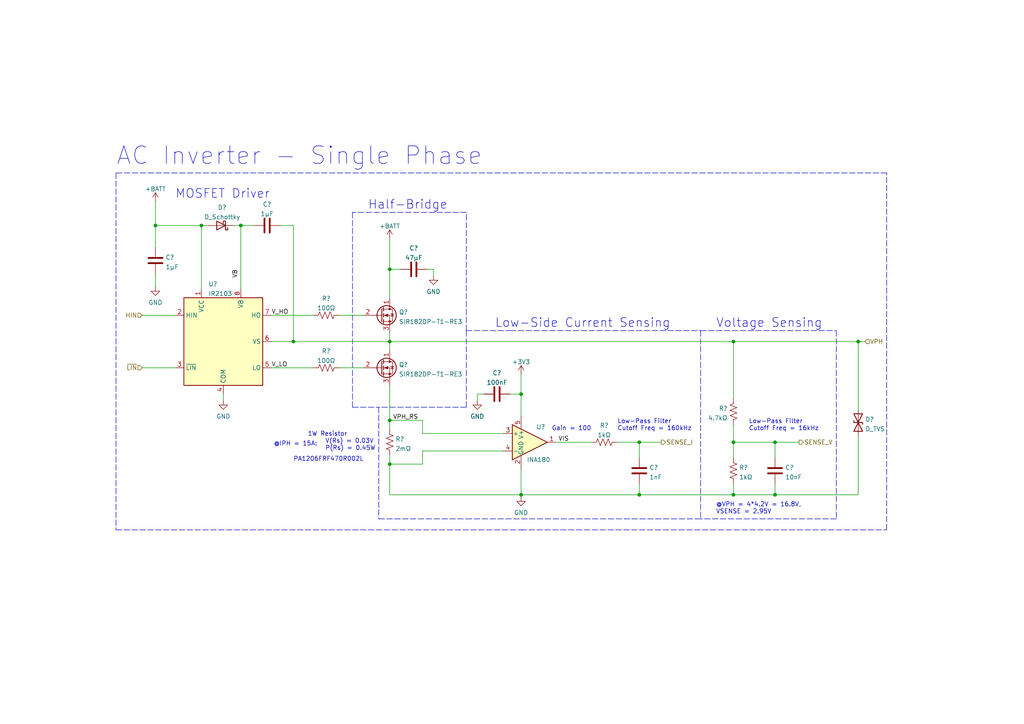
<source format=kicad_sch>
(kicad_sch (version 20211123) (generator eeschema)
  (paper "A4")
  (lib_symbols
    (symbol "Amplifier_Current:INA169" (pin_names (offset 0.127))
      (property "Reference" "U" (at 3.81 5.08 0))
      (property "Value" "INA169" (at 3.81 2.54 0))
      (symbol "INA169_0_1"
        (polyline (pts (xy -5.08 5.08) (xy 5.08 0) (xy -5.08 -5.08) (xy -5.08 5.08)) (stroke (width 0.254)) (fill (type background)))
      )
      (symbol "INA169_1_1"
        (pin output line (at 7.62 0 180) (length 2.54) (name "~") (number "1"))
        (pin power_in line (at -2.54 -7.62 90) (length 3.81) (name "GND") (number "2"))
        (pin input line (at -7.62 2.54 0) (length 2.54) (name "+") (number "3"))
        (pin input line (at -7.62 -2.54 0) (length 2.54) (name "-") (number "4"))
        (pin power_in line (at -2.54 7.62 270) (length 3.81) (name "V+") (number "5"))
      )
    )
    (symbol "Device:C" (pin_numbers hide) (pin_names (offset 0.254))
      (property "Reference" "C" (at 0.635 2.54 0))
      (property "Value" "C" (at 0.635 -2.54 0))
      (symbol "C_0_1"
        (polyline (pts (xy -2.032 -0.762) (xy 2.032 -0.762)) (stroke (width 0.508)))
        (polyline (pts (xy -2.032 0.762) (xy 2.032 0.762)) (stroke (width 0.508)))
      )
      (symbol "C_1_1"
        (pin passive line (at 0 3.81 270) (length 2.794) (name "~") (number "1"))
        (pin passive line (at 0 -3.81 90) (length 2.794) (name "~") (number "2"))
      )
    )
    (symbol "Device:D_Schottky" (pin_numbers hide) (pin_names (offset 1.016) hide)
      (property "Reference" "D" (at 0 2.54 0))
      (property "Value" "D_Schottky" (at 0 -2.54 0))
      (symbol "D_Schottky_0_1"
        (polyline (pts (xy 1.27 0) (xy -1.27 0)))
        (polyline (pts (xy 1.27 1.27) (xy 1.27 -1.27) (xy -1.27 0) (xy 1.27 1.27)) (stroke (width 0.254)))
        (polyline (pts (xy -1.905 0.635) (xy -1.905 1.27) (xy -1.27 1.27) (xy -1.27 -1.27) (xy -0.635 -1.27) (xy -0.635 -0.635)) (stroke (width 0.254)))
      )
      (symbol "D_Schottky_1_1"
        (pin passive line (at -3.81 0 0) (length 2.54) (name "K") (number "1"))
        (pin passive line (at 3.81 0 180) (length 2.54) (name "A") (number "2"))
      )
    )
    (symbol "Device:D_TVS" (pin_numbers hide) (pin_names (offset 1.016) hide)
      (property "Reference" "D" (at 0 2.54 0))
      (property "Value" "D_TVS" (at 0 -2.54 0))
      (symbol "D_TVS_0_1"
        (polyline (pts (xy 1.27 0) (xy -1.27 0)))
        (polyline (pts (xy 0.508 1.27) (xy 0 1.27) (xy 0 -1.27) (xy -0.508 -1.27)) (stroke (width 0.254)))
        (polyline (pts (xy -2.54 1.27) (xy -2.54 -1.27) (xy 2.54 1.27) (xy 2.54 -1.27) (xy -2.54 1.27)) (stroke (width 0.254)))
      )
      (symbol "D_TVS_1_1"
        (pin passive line (at -3.81 0 0) (length 2.54) (name "A1") (number "1"))
        (pin passive line (at 3.81 0 180) (length 2.54) (name "A2") (number "2"))
      )
    )
    (symbol "Device:R_US" (pin_numbers hide) (pin_names (offset 0))
      (property "Reference" "R" (at 2.54 0 90))
      (property "Value" "R_US" (at -2.54 0 90))
      (symbol "R_US_0_1"
        (polyline (pts (xy 0 -2.286) (xy 0 -2.54)))
        (polyline (pts (xy 0 2.286) (xy 0 2.54)))
        (polyline (pts (xy 0 -0.762) (xy 1.016 -1.143) (xy 0 -1.524) (xy -1.016 -1.905) (xy 0 -2.286)))
        (polyline (pts (xy 0 0.762) (xy 1.016 0.381) (xy 0 0) (xy -1.016 -0.381) (xy 0 -0.762)))
        (polyline (pts (xy 0 2.286) (xy 1.016 1.905) (xy 0 1.524) (xy -1.016 1.143) (xy 0 0.762)))
      )
      (symbol "R_US_1_1"
        (pin passive line (at 0 3.81 270) (length 1.27) (name "~") (number "1"))
        (pin passive line (at 0 -3.81 90) (length 1.27) (name "~") (number "2"))
      )
    )
    (symbol "Driver_FET:IR2103"
      (property "Reference" "U?" (at 2.0194 14.1265 0))
      (property "Value" "IR2103" (at 2.0194 11.3514 0))
      (symbol "IR2103_0_1"
        (rectangle (start -5.08 10.16) (end 17.78 -15.24) (stroke (width 0.254)) (fill (type background)))
      )
      (symbol "IR2103_1_1"
        (pin power_in line (at 0 12.7 270) (length 2.54) (name "VCC") (number "1"))
        (pin input line (at -7.62 5.08 0) (length 2.54) (name "HIN") (number "2"))
        (pin input line (at -7.62 -10.16 0) (length 2.54) (name "~{LIN}") (number "3"))
        (pin power_in line (at 6.35 -17.78 90) (length 2.54) (name "COM") (number "4"))
        (pin output line (at 20.32 -10.16 180) (length 2.54) (name "LO") (number "5"))
        (pin passive line (at 20.32 -2.54 180) (length 2.54) (name "VS") (number "6"))
        (pin output line (at 20.32 5.08 180) (length 2.54) (name "HO") (number "7"))
        (pin passive line (at 11.43 12.7 270) (length 2.54) (name "VB") (number "8"))
      )
    )
    (symbol "Transistor_FET:IRL6283M" (pin_names hide)
      (property "Reference" "Q" (at 5.08 1.905 0))
      (property "Value" "IRL6283M" (at 5.08 0 0))
      (symbol "IRL6283M_0_1"
        (polyline (pts (xy 0.254 0) (xy -2.54 0)))
        (polyline (pts (xy 0.254 1.905) (xy 0.254 -1.905)) (stroke (width 0.254)))
        (polyline (pts (xy 0.762 -1.27) (xy 0.762 -2.286)) (stroke (width 0.254)))
        (polyline (pts (xy 0.762 0.508) (xy 0.762 -0.508)) (stroke (width 0.254)))
        (polyline (pts (xy 0.762 2.286) (xy 0.762 1.27)) (stroke (width 0.254)))
        (polyline (pts (xy 2.54 2.54) (xy 2.54 1.778)))
        (polyline (pts (xy 2.54 -2.54) (xy 2.54 0) (xy 0.762 0)))
        (polyline (pts (xy 0.762 -1.778) (xy 3.302 -1.778) (xy 3.302 1.778) (xy 0.762 1.778)))
        (polyline (pts (xy 1.016 0) (xy 2.032 0.381) (xy 2.032 -0.381) (xy 1.016 0)) (fill (type outline)))
        (polyline (pts (xy 2.794 0.508) (xy 2.921 0.381) (xy 3.683 0.381) (xy 3.81 0.254)))
        (polyline (pts (xy 3.302 0.381) (xy 2.921 -0.254) (xy 3.683 -0.254) (xy 3.302 0.381)))
        (circle (center 1.651 0) (radius 2.794) (stroke (width 0.254)))
        (circle (center 2.54 -1.778) (radius 0.254) (fill (type outline)))
        (circle (center 2.54 1.778) (radius 0.254) (fill (type outline)))
      )
      (symbol "IRL6283M_1_1"
        (pin passive line (at 2.54 5.08 270) (length 2.54) (name "D") (number "1"))
        (pin input line (at -5.08 0 0) (length 2.54) (name "G") (number "2"))
        (pin passive line (at 2.54 -5.08 90) (length 2.54) (name "S") (number "3"))
      )
    )
    (symbol "power:+3V3" (power) (pin_names (offset 0))
      (property "Value" "+3V3" (at 0 3.556 0))
      (symbol "+3V3_0_1"
        (polyline (pts (xy -0.762 1.27) (xy 0 2.54)))
        (polyline (pts (xy 0 0) (xy 0 2.54)))
        (polyline (pts (xy 0 2.54) (xy 0.762 1.27)))
      )
      (symbol "+3V3_1_1"
        (pin power_in line (at 0 0 90) (length 0) hide (name "+3V3") (number "1"))
      )
    )
    (symbol "power:+BATT" (power) (pin_names (offset 0))
      (property "Value" "+BATT" (at 0 3.556 0))
      (symbol "+BATT_0_1"
        (polyline (pts (xy -0.762 1.27) (xy 0 2.54)))
        (polyline (pts (xy 0 0) (xy 0 2.54)))
        (polyline (pts (xy 0 2.54) (xy 0.762 1.27)))
      )
      (symbol "+BATT_1_1"
        (pin power_in line (at 0 0 90) (length 0) hide (name "+BATT") (number "1"))
      )
    )
    (symbol "power:GND" (power) (pin_names (offset 0))
      (property "Value" "GND" (at 0 -3.81 0))
      (symbol "GND_0_1"
        (polyline (pts (xy 0 0) (xy 0 -1.27) (xy 1.27 -1.27) (xy 0 -2.54) (xy -1.27 -1.27) (xy 0 -1.27)))
      )
      (symbol "GND_1_1"
        (pin power_in line (at 0 0 270) (length 0) hide (name "GND") (number "1"))
      )
    )
  )
  (junction (at 113.03 78.105))
  (junction (at 69.85 65.405))
  (junction (at 185.42 128.27))
  (junction (at 248.92 99.06))
  (junction (at 151.13 114.3))
  (junction (at 224.79 143.51))
  (junction (at 185.42 143.51))
  (junction (at 45.085 65.405))
  (junction (at 212.725 128.27))
  (junction (at 212.725 99.06))
  (junction (at 151.13 143.51))
  (junction (at 113.03 134.62))
  (junction (at 113.03 121.92))
  (junction (at 113.03 99.06))
  (junction (at 224.79 128.27))
  (junction (at 212.725 143.51))
  (junction (at 58.42 65.405))
  (junction (at 85.09 99.06))
  (wire (pts (xy 185.42 132.715) (xy 185.42 128.27)))
  (wire (pts (xy 98.425 106.68) (xy 105.41 106.68)))
  (wire (pts (xy 78.74 91.44) (xy 90.805 91.44)))
  (polyline (pts (xy 135.255 118.11) (xy 109.855 118.11)))
  (polyline (pts (xy 203.2 150.495) (xy 135.255 150.495)))
  (polyline (pts (xy 33.655 153.67) (xy 151.765 153.67)))
  (wire (pts (xy 151.13 114.3) (xy 147.955 114.3)))
  (wire (pts (xy 151.13 120.65) (xy 151.13 114.3)))
  (wire (pts (xy 69.85 65.405) (xy 73.66 65.405)))
  (wire (pts (xy 151.13 135.89) (xy 151.13 143.51)))
  (wire (pts (xy 185.42 128.27) (xy 191.77 128.27)))
  (wire (pts (xy 146.05 130.81) (xy 122.555 130.81)))
  (polyline (pts (xy 151.13 153.67) (xy 257.175 153.67)))
  (polyline (pts (xy 102.235 118.11) (xy 109.855 118.11)))
  (wire (pts (xy 151.13 108.585) (xy 151.13 114.3)))
  (polyline (pts (xy 242.57 150.495) (xy 203.2 150.495)))
  (polyline (pts (xy 203.2 95.885) (xy 203.2 150.495)))
  (wire (pts (xy 212.725 99.06) (xy 248.92 99.06)))
  (wire (pts (xy 122.555 134.62) (xy 113.03 134.62)))
  (wire (pts (xy 224.79 128.27) (xy 212.725 128.27)))
  (wire (pts (xy 212.725 115.57) (xy 212.725 99.06)))
  (wire (pts (xy 69.85 83.82) (xy 69.85 65.405)))
  (wire (pts (xy 248.92 99.06) (xy 250.825 99.06)))
  (wire (pts (xy 212.725 123.19) (xy 212.725 128.27)))
  (wire (pts (xy 45.085 71.755) (xy 45.085 65.405)))
  (wire (pts (xy 122.555 125.73) (xy 122.555 121.92)))
  (wire (pts (xy 185.42 128.27) (xy 179.07 128.27)))
  (wire (pts (xy 81.28 65.405) (xy 85.09 65.405)))
  (wire (pts (xy 248.92 118.745) (xy 248.92 99.06)))
  (polyline (pts (xy 33.655 50.165) (xy 33.655 153.67)))
  (wire (pts (xy 58.42 83.82) (xy 58.42 65.405)))
  (wire (pts (xy 113.03 134.62) (xy 113.03 143.51)))
  (wire (pts (xy 146.05 125.73) (xy 122.555 125.73)))
  (wire (pts (xy 138.43 114.3) (xy 140.335 114.3)))
  (wire (pts (xy 138.43 116.205) (xy 138.43 114.3)))
  (wire (pts (xy 78.74 99.06) (xy 85.09 99.06)))
  (wire (pts (xy 58.42 65.405) (xy 60.325 65.405)))
  (polyline (pts (xy 147.955 95.885) (xy 203.2 95.885)))
  (wire (pts (xy 224.79 132.715) (xy 224.79 128.27)))
  (wire (pts (xy 113.03 132.08) (xy 113.03 134.62)))
  (wire (pts (xy 41.275 91.44) (xy 50.8 91.44)))
  (wire (pts (xy 113.03 99.06) (xy 113.03 96.52)))
  (polyline (pts (xy 135.255 95.885) (xy 135.255 61.595)))
  (wire (pts (xy 248.92 126.365) (xy 248.92 143.51)))
  (wire (pts (xy 151.13 143.51) (xy 151.13 144.145)))
  (wire (pts (xy 78.74 106.68) (xy 90.805 106.68)))
  (wire (pts (xy 212.725 143.51) (xy 185.42 143.51)))
  (wire (pts (xy 45.085 58.42) (xy 45.085 65.405)))
  (wire (pts (xy 113.03 78.105) (xy 116.205 78.105)))
  (wire (pts (xy 113.03 99.06) (xy 113.03 101.6)))
  (wire (pts (xy 85.09 65.405) (xy 85.09 99.06)))
  (wire (pts (xy 212.725 99.06) (xy 113.03 99.06)))
  (wire (pts (xy 224.79 143.51) (xy 212.725 143.51)))
  (wire (pts (xy 45.085 79.375) (xy 45.085 83.185)))
  (polyline (pts (xy 102.235 61.595) (xy 102.235 118.11)))
  (wire (pts (xy 122.555 130.81) (xy 122.555 134.62)))
  (polyline (pts (xy 109.855 150.495) (xy 135.255 150.495)))
  (polyline (pts (xy 135.255 95.885) (xy 135.255 118.11)))
  (wire (pts (xy 85.09 99.06) (xy 113.03 99.06)))
  (polyline (pts (xy 135.255 61.595) (xy 102.235 61.595)))
  (wire (pts (xy 113.03 69.215) (xy 113.03 78.105)))
  (wire (pts (xy 113.03 78.105) (xy 113.03 86.36)))
  (wire (pts (xy 212.725 128.27) (xy 212.725 132.715)))
  (polyline (pts (xy 257.175 50.165) (xy 33.655 50.165)))
  (polyline (pts (xy 203.2 95.885) (xy 242.57 95.885)))
  (wire (pts (xy 125.73 78.105) (xy 123.825 78.105)))
  (wire (pts (xy 161.29 128.27) (xy 171.45 128.27)))
  (wire (pts (xy 45.085 65.405) (xy 58.42 65.405)))
  (wire (pts (xy 185.42 140.335) (xy 185.42 143.51)))
  (wire (pts (xy 224.79 128.27) (xy 231.775 128.27)))
  (wire (pts (xy 212.725 140.335) (xy 212.725 143.51)))
  (wire (pts (xy 64.77 114.3) (xy 64.77 116.205)))
  (wire (pts (xy 224.79 140.335) (xy 224.79 143.51)))
  (polyline (pts (xy 242.57 95.885) (xy 242.57 150.495)))
  (wire (pts (xy 125.73 80.01) (xy 125.73 78.105)))
  (polyline (pts (xy 135.255 95.885) (xy 147.955 95.885)))
  (wire (pts (xy 122.555 121.92) (xy 113.03 121.92)))
  (wire (pts (xy 113.03 121.92) (xy 113.03 124.46)))
  (wire (pts (xy 113.03 111.76) (xy 113.03 121.92)))
  (wire (pts (xy 69.85 65.405) (xy 67.945 65.405)))
  (wire (pts (xy 41.275 106.68) (xy 50.8 106.68)))
  (polyline (pts (xy 257.175 153.67) (xy 257.175 50.165)))
  (wire (pts (xy 248.92 143.51) (xy 224.79 143.51)))
  (polyline (pts (xy 109.855 118.11) (xy 109.855 150.495)))
  (wire (pts (xy 113.03 143.51) (xy 151.13 143.51)))
  (wire (pts (xy 98.425 91.44) (xy 105.41 91.44)))
  (wire (pts (xy 185.42 143.51) (xy 151.13 143.51)))
  (text "MOSFET Driver" (at 50.8 57.785 0) (effects (font (size 2.54 2.54)) (justify left bottom)))
  (text "Gain = 100" (at 160.02 125.095 0) (effects (font (size 1.27 1.27)) (justify left bottom)))
  (text "@VPH = 4*4.2V = 16.8V,\nVSENSE = 2.95V" (at 207.645 149.225 0) (effects (font (size 1.27 1.27)) (justify left bottom)))
  (text "Low-Pass Filter\nCutoff Freq = 160kHz" (at 179.07 125.095 0) (effects (font (size 1.27 1.27)) (justify left bottom)))
  (text "Low-Pass Filter\nCutoff Freq = 16kHz" (at 217.17 125.095 0) (effects (font (size 1.27 1.27)) (justify left bottom)))
  (text "PA1206FRF470R002L" (at 85.09 133.985 0) (effects (font (size 1.27 1.27)) (justify left bottom)))
  (text "AC Inverter - Single Phase" (at 33.655 48.26 0) (effects (font (size 5.08 5.08)) (justify left bottom)))
  (text "Half-Bridge" (at 106.68 60.96 0) (effects (font (size 2.54 2.54)) (justify left bottom)))
  (text "Low-Side Current Sensing" (at 143.51 95.25 0) (effects (font (size 2.54 2.54)) (justify left bottom)))
  (text "Voltage Sensing" (at 207.645 95.25 0) (effects (font (size 2.54 2.54)) (justify left bottom)))
  (text "@IPH = 15A:" (at 79.375 129.54 0) (effects (font (size 1.27 1.27)) (justify left bottom)))
  (text "			1W Resistor\n				V(Rs) = 0.03V\n				P(Rs) = 0.45W" (at 74.295 130.81 0) (effects (font (size 1.27 1.27)) (justify left bottom)))
  (label "VB" (at 69.215 80.645 90))
  (label "VPH_RS" (at 121.285 121.92 180))
  (label "V_LO" (at 78.74 106.68 0))
  (label "V_HO" (at 78.74 91.44 0))
  (label "VIS" (at 161.925 128.27 0))
  (hierarchical_label "VPH" (shape input) (at 250.825 99.06 0))
  (hierarchical_label "~{LIN}" (shape input) (at 41.275 106.68 180))
  (hierarchical_label "SENSE_V" (shape output) (at 231.775 128.27 0))
  (hierarchical_label "SENSE_I" (shape output) (at 191.77 128.27 0))
  (hierarchical_label "HIN" (shape input) (at 41.275 91.44 180))
  (symbol (lib_id "Device:R_US") (at 94.615 106.68 90)
    (property "Reference" "R?" (at 94.615 101.8245 90))
    (property "Value" "100Ω" (at 94.615 104.5996 90))
  )
  (symbol (lib_id "Device:R_US") (at 212.725 119.38 0) (mirror x)
    (property "Reference" "R?" (at 211.0741 118.4715 0) (effects (justify right)))
    (property "Value" "4.7kΩ" (at 211.0741 121.2466 0) (effects (justify right)))
  )
  (symbol (lib_id "power:GND") (at 45.085 83.185 0)
    (property "Reference" "#PWR?" (effects hide))
    (property "Value" "GND" (at 45.085 87.7475 0))
  )
  (symbol (lib_id "Transistor_FET:IRL6283M") (at 110.49 91.44 0)
    (property "Reference" "Q?" (at 115.697 90.5315 0) (effects (justify left)))
    (property "Value" "SIR182DP-T1-RE3" (at 115.697 93.3066 0) (effects (justify left)))
  )
  (symbol (lib_id "Device:D_TVS") (at 248.92 122.555 90)
    (property "Reference" "D?" (at 250.952 121.6465 90) (effects (justify right)))
    (property "Value" "D_TVS" (at 250.952 124.4216 90) (effects (justify right)))
  )
  (symbol (lib_id "Device:D_Schottky") (at 64.135 65.405 180)
    (property "Reference" "D?" (at 64.4525 60.1685 0))
    (property "Value" "D_Schottky" (at 64.4525 62.9436 0))
  )
  (symbol (lib_id "Transistor_FET:IRL6283M") (at 110.49 106.68 0)
    (property "Reference" "Q?" (at 115.697 105.7715 0) (effects (justify left)))
    (property "Value" "SIR182DP-T1-RE3" (at 115.697 108.5466 0) (effects (justify left)))
  )
  (symbol (lib_id "Device:C") (at 77.47 65.405 90)
    (property "Reference" "C?" (at 77.47 59.2795 90))
    (property "Value" "1μF" (at 77.47 62.0546 90))
  )
  (symbol (lib_id "Device:R_US") (at 94.615 91.44 90)
    (property "Reference" "R?" (at 94.615 86.5845 90))
    (property "Value" "100Ω" (at 94.615 89.3596 90))
  )
  (symbol (lib_id "Device:C") (at 120.015 78.105 270)
    (property "Reference" "C?" (at 120.015 71.9795 90))
    (property "Value" "47μF" (at 120.015 74.7546 90))
  )
  (symbol (lib_id "power:GND") (at 64.77 116.205 0)
    (property "Reference" "#PWR?" (effects hide))
    (property "Value" "GND" (at 64.77 120.7675 0))
  )
  (symbol (lib_id "power:+3V3") (at 151.13 108.585 0)
    (property "Reference" "#PWR?" (effects hide))
    (property "Value" "+3V3" (at 151.13 104.9805 0))
  )
  (symbol (lib_id "power:+BATT") (at 45.085 58.42 0)
    (property "Reference" "#PWR?" (effects hide))
    (property "Value" "+BATT" (at 45.085 54.8155 0))
  )
  (symbol (lib_id "power:GND") (at 125.73 80.01 0) (mirror y)
    (property "Reference" "#PWR?" (effects hide))
    (property "Value" "GND" (at 125.73 84.5725 0))
  )
  (symbol (lib_id "power:+BATT") (at 113.03 69.215 0)
    (property "Reference" "#PWR?" (effects hide))
    (property "Value" "+BATT" (at 113.03 65.6105 0))
  )
  (symbol (lib_id "Amplifier_Current:INA169") (at 153.67 128.27 0)
    (property "Reference" "U?" (at 156.845 123.825 0))
    (property "Value" "INA180" (at 156.21 133.35 0))
    (property "Footprint" "Package_TO_SOT_SMD:SOT-23-5" (effects hide))
  )
  (symbol (lib_id "power:GND") (at 151.13 144.145 0)
    (property "Reference" "#PWR?" (effects hide))
    (property "Value" "GND" (at 151.13 148.7075 0))
  )
  (symbol (lib_id "Device:R_US") (at 212.725 136.525 0)
    (property "Reference" "R?" (at 214.376 135.6165 0) (effects (justify left)))
    (property "Value" "1kΩ" (at 214.376 138.3916 0) (effects (justify left)))
  )
  (symbol (lib_id "Driver_FET:IR2103") (at 58.42 96.52 0)
    (property "Reference" "U?" (at 60.4394 82.3935 0) (effects (justify left)))
    (property "Value" "IR2103" (at 60.4394 85.1686 0) (effects (justify left)))
    (property "Datasheet" "https://www.infineon.com/dgdl/ir2103.pdf?fileId=5546d462533600a4015355c7b54b166f" (effects hide))
  )
  (symbol (lib_id "Device:C") (at 224.79 136.525 180)
    (property "Reference" "C?" (at 227.711 135.6165 0) (effects (justify right)))
    (property "Value" "10nF" (at 227.711 138.3916 0) (effects (justify right)))
  )
  (symbol (lib_id "Device:R_US") (at 113.03 128.27 180)
    (property "Reference" "R?" (at 114.681 127.3615 0) (effects (justify right)))
    (property "Value" "2mΩ" (at 114.681 130.1366 0) (effects (justify right)))
  )
  (symbol (lib_id "power:GND") (at 138.43 116.205 0)
    (property "Reference" "#PWR?" (effects hide))
    (property "Value" "GND" (at 138.43 120.7675 0))
  )
  (symbol (lib_id "Device:C") (at 45.085 75.565 0)
    (property "Reference" "C?" (at 48.006 74.6565 0) (effects (justify left)))
    (property "Value" "1μF" (at 48.006 77.4316 0) (effects (justify left)))
  )
  (symbol (lib_id "Device:C") (at 185.42 136.525 180)
    (property "Reference" "C?" (at 188.341 135.6165 0) (effects (justify right)))
    (property "Value" "1nF" (at 188.341 138.3916 0) (effects (justify right)))
  )
  (symbol (lib_id "Device:C") (at 144.145 114.3 90)
    (property "Reference" "C?" (at 144.145 108.1745 90))
    (property "Value" "100nF" (at 144.145 110.9496 90))
  )
  (symbol (lib_id "Device:R_US") (at 175.26 128.27 270)
    (property "Reference" "R?" (at 175.26 123.4145 90))
    (property "Value" "1kΩ" (at 175.26 126.1896 90))
  )
)
</source>
